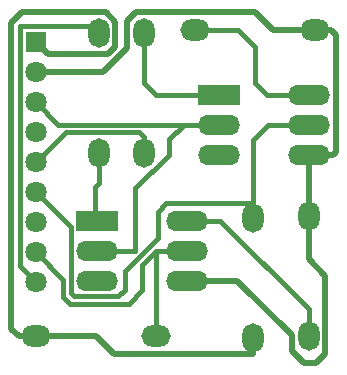
<source format=gbl>
%FSTAX23Y23*%
%MOIN*%
%SFA1B1*%

%IPPOS*%
%ADD10O,0.098430X0.070870*%
%ADD11R,0.140000X0.068000*%
%ADD12O,0.140000X0.068000*%
%ADD13C,0.070870*%
%ADD14R,0.070870X0.070870*%
%ADD15O,0.070870X0.098430*%
%ADD16C,0.015000*%
%ADD17C,0.020000*%
%LNsignalisolator-1*%
%LPD*%
G54D10*
X03185Y02435D03*
X02785D03*
X03715Y03455D03*
X03315D03*
G54D11*
X03395Y0324D03*
X0299Y0282D03*
G54D12*
X03395Y0314D03*
Y0304D03*
X03695Y0324D03*
Y0314D03*
Y0304D03*
X0299Y0272D03*
Y0262D03*
X0329Y0282D03*
Y0272D03*
Y0262D03*
G54D13*
X02785Y03215D03*
Y02615D03*
Y02715D03*
Y02815D03*
Y02915D03*
Y03015D03*
Y03115D03*
Y03315D03*
G54D14*
X02785Y03415D03*
G54D15*
X03145Y03445D03*
Y03045D03*
X0351Y0283D03*
Y0243D03*
X02995Y03045D03*
Y03445D03*
X03695Y02835D03*
Y02435D03*
G54D16*
X0328Y0314D02*
X03395D01*
X0286D02*
X0328D01*
X02982Y0282D02*
Y02933D01*
X03187Y02435D02*
Y0272D01*
X0322Y02878D02*
X0351D01*
Y0309*
X02732Y03468D02*
X02995D01*
X02785Y03215D02*
X0286Y0314D01*
X03695Y02435D02*
Y02525D01*
X034Y0282D02*
X03695Y02525D01*
X0329Y0282D02*
X034D01*
X02785Y02715D02*
X02877Y02622D01*
Y02566D02*
Y02622D01*
Y02566D02*
X029Y02543D01*
X03095*
X0314Y02588*
Y02673*
X03187Y0272*
X0329*
X03185Y02435D02*
X03187D01*
X03145Y03045D02*
Y031D01*
X0313Y03115D02*
X03145Y031D01*
X02885Y03115D02*
X0313D01*
X02785Y03015D02*
X02885Y03115D01*
X03315Y03455D02*
X0346D01*
X03515Y034*
Y0328D02*
Y034D01*
Y0328D02*
X03555Y0324D01*
X03695*
X02995Y03445D02*
Y03468D01*
X02732Y02668D02*
Y03468D01*
Y02668D02*
X02785Y02615D01*
X03145Y0328D02*
Y03445D01*
Y0328D02*
X03185Y0324D01*
X03395*
X03231Y03091D02*
X0328Y0314D01*
X03231Y0304D02*
Y03091D01*
X03118Y02927D02*
X03231Y0304D01*
X03118Y02723D02*
Y02927D01*
X03115Y0272D02*
X03118Y02723D01*
X0299Y0272D02*
X03115D01*
X0351Y0283D02*
Y02878D01*
X03192Y0285D02*
X0322Y02878D01*
X03192Y02761D02*
Y0285D01*
X03082Y02651D02*
X03192Y02761D01*
X03082Y0259D02*
Y02651D01*
X0306Y02568D02*
X03082Y0259D01*
X02914Y02568D02*
X0306D01*
X02902Y0258D02*
X02914Y02568D01*
X02902Y0258D02*
Y02797D01*
X02785Y02915D02*
X02902Y02797D01*
X0351Y0309D02*
X0356Y0314D01*
X03695*
X02995Y02945D02*
Y03045D01*
X02982Y02933D02*
X02995Y02945D01*
X02982Y0282D02*
X0299D01*
G54D17*
X03045Y02375D02*
X0351D01*
X02729Y02435D02*
X02785D01*
X02704Y0246D02*
X02729Y02435D01*
X02704Y0246D02*
Y0348D01*
X02739Y03515*
X03019*
X03051Y03483*
Y034D02*
Y03483D01*
X03026Y03375D02*
X03051Y034D01*
X02825Y03375D02*
X03026D01*
X02785Y03415D02*
X02825Y03375D01*
X0351Y02375D02*
Y0243D01*
X02985Y02435D02*
X03045Y02375D01*
X02785Y02435D02*
X02985D01*
X03575Y03455D02*
X03715D01*
X03515Y03515D02*
X03575Y03455D01*
X0312Y03515D02*
X03515D01*
X03089Y03484D02*
X0312Y03515D01*
X03089Y03394D02*
Y03484D01*
X0301Y03315D02*
X03089Y03394D01*
X02785Y03315D02*
X0301D01*
X03695Y0304D02*
X03775D01*
X03785Y0305*
Y0344*
X0377Y03455D02*
X03785Y0344D01*
X03715Y03455D02*
X0377D01*
X03695Y02691D02*
Y02835D01*
Y02691D02*
X03751Y02635D01*
Y02376D02*
Y02635D01*
X0372Y02345D02*
X03751Y02376D01*
X0368Y02345D02*
X0372D01*
X03639Y02386D02*
X0368Y02345D01*
X03639Y02386D02*
Y02437D01*
X03456Y0262D02*
X03639Y02437D01*
X0329Y0262D02*
X03456D01*
X03695Y02835D02*
Y0304D01*
M02*
</source>
